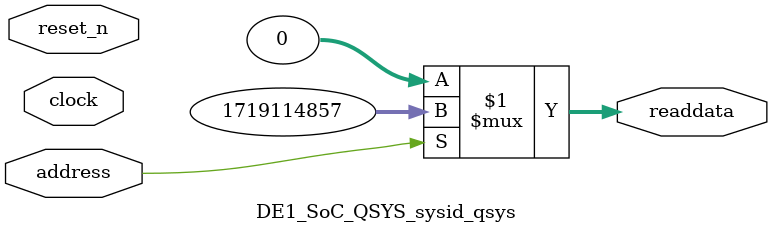
<source format=v>



// synthesis translate_off
`timescale 1ns / 1ps
// synthesis translate_on

// turn off superfluous verilog processor warnings 
// altera message_level Level1 
// altera message_off 10034 10035 10036 10037 10230 10240 10030 

module DE1_SoC_QSYS_sysid_qsys (
               // inputs:
                address,
                clock,
                reset_n,

               // outputs:
                readdata
             )
;

  output  [ 31: 0] readdata;
  input            address;
  input            clock;
  input            reset_n;

  wire    [ 31: 0] readdata;
  //control_slave, which is an e_avalon_slave
  assign readdata = address ? 1719114857 : 0;

endmodule



</source>
